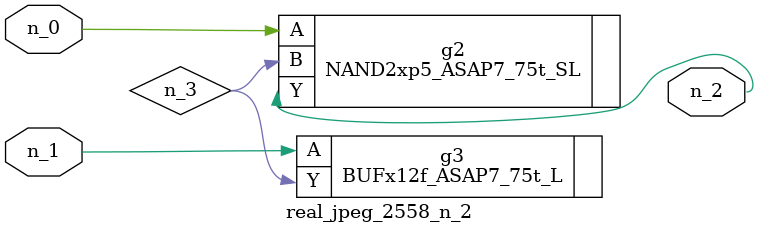
<source format=v>
module real_jpeg_2558_n_2 (n_1, n_0, n_2);

input n_1;
input n_0;

output n_2;

wire n_3;

NAND2xp5_ASAP7_75t_SL g2 ( 
.A(n_0),
.B(n_3),
.Y(n_2)
);

BUFx12f_ASAP7_75t_L g3 ( 
.A(n_1),
.Y(n_3)
);


endmodule
</source>
